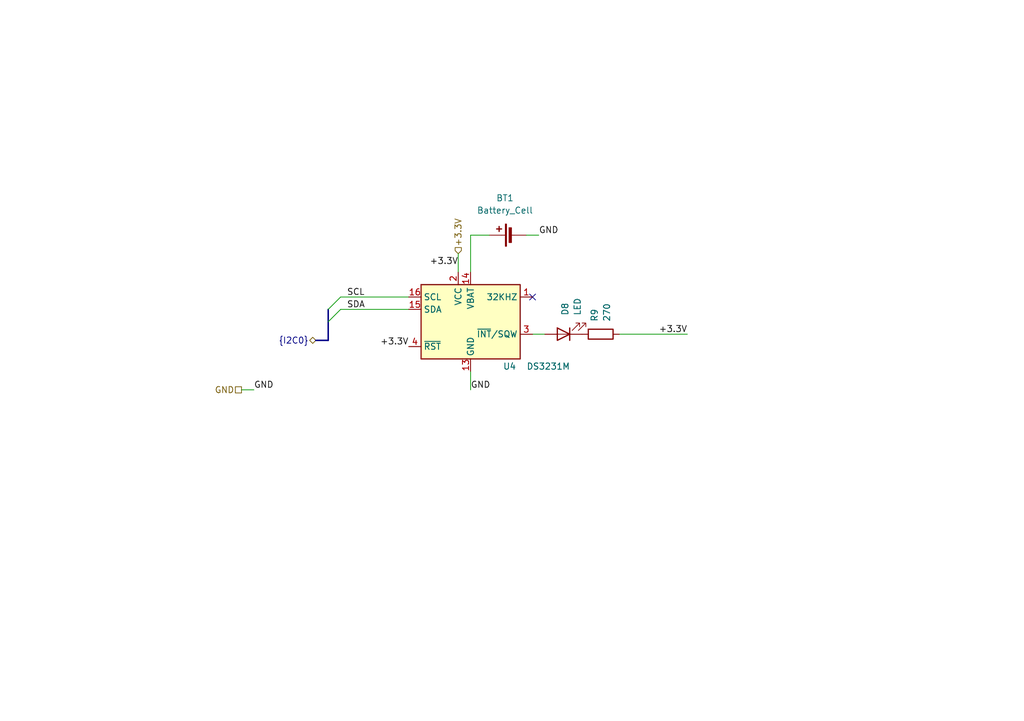
<source format=kicad_sch>
(kicad_sch (version 20231120) (generator "eeschema") (generator_version "8.0")
  (paper "A5")
  (title_block (title "RTC") (date "2024-08-29") (rev "1.0") (company "Designed by CREPP-NLG"))
  (lib_symbols
    (symbol "CREPP_Batteries_holders:Battery_Cell" (pin_numbers hide) (pin_names (offset 0) hide)
      (property "Reference" "BT" (at 2.54 2.54 0))
      (property "Value" "Battery_Cell" (at 2.54 0 0))
      (symbol "Battery_Cell_0_1"
        (rectangle (start -2.286 1.778) (end 2.286 1.524) (fill (type outline)))
        (rectangle (start -1.524 1.016) (end 1.524 0.508) (fill (type outline)))
        (polyline (pts (xy 0 0.762) (xy 0 0)))
        (polyline (pts (xy 0 1.778) (xy 0 2.54)))
        (polyline (pts (xy 0.762 3.048) (xy 1.778 3.048)) (stroke (width 0.254)))
        (polyline (pts (xy 1.27 3.556) (xy 1.27 2.54)) (stroke (width 0.254)))
      )
      (symbol "Battery_Cell_1_1"
        (pin passive line (at 0 5.08 270) (length 2.54) (name "+") (number "1"))
        (pin passive line (at 0 -2.54 90) (length 2.54) (name "-") (number "2"))
      )
    )
    (symbol "CREPP_RTC:DS3231M"
      (property "Reference" "U" (at -7.62 8.89 0))
      (property "Value" "DS3231M" (at 10.16 8.89 0))
      (symbol "DS3231M_0_1"
        (rectangle (start -10.16 7.62) (end 10.16 -7.62) (stroke (width 0.254)) (fill (type background)))
      )
      (symbol "DS3231M_1_1"
        (pin open_collector line (at 12.7 5.08 180) (length 2.54) (name "32KHZ") (number "1"))
        (pin passive line (at 0 -10.16 90) (length 2.54) hide (name "GND") (number "10"))
        (pin passive line (at 0 -10.16 90) (length 2.54) hide (name "GND") (number "11"))
        (pin passive line (at 0 -10.16 90) (length 2.54) hide (name "GND") (number "12"))
        (pin power_in line (at 0 -10.16 90) (length 2.54) (name "GND") (number "13"))
        (pin power_in line (at 0 10.16 270) (length 2.54) (name "VBAT") (number "14"))
        (pin bidirectional line (at -12.7 2.54 0) (length 2.54) (name "SDA") (number "15"))
        (pin input line (at -12.7 5.08 0) (length 2.54) (name "SCL") (number "16"))
        (pin power_in line (at -2.54 10.16 270) (length 2.54) (name "VCC") (number "2"))
        (pin open_collector line (at 12.7 -2.54 180) (length 2.54) (name "~{INT}/SQW") (number "3"))
        (pin bidirectional line (at -12.7 -5.08 0) (length 2.54) (name "~{RST}") (number "4"))
        (pin passive line (at 0 -10.16 90) (length 2.54) hide (name "GND") (number "5"))
        (pin passive line (at 0 -10.16 90) (length 2.54) hide (name "GND") (number "6"))
        (pin passive line (at 0 -10.16 90) (length 2.54) hide (name "GND") (number "7"))
        (pin passive line (at 0 -10.16 90) (length 2.54) hide (name "GND") (number "8"))
        (pin passive line (at 0 -10.16 90) (length 2.54) hide (name "GND") (number "9"))
      )
    )
    (symbol "Device:LED" (pin_numbers hide) (pin_names (offset 1.016) hide)
      (property "Reference" "D" (at 0 2.54 0))
      (property "Value" "LED" (at 0 -2.54 0))
      (symbol "LED_0_1"
        (polyline (pts (xy -1.27 -1.27) (xy -1.27 1.27)) (stroke (width 0.254)))
        (polyline (pts (xy -1.27 0) (xy 1.27 0)))
        (polyline (pts (xy 1.27 -1.27) (xy 1.27 1.27) (xy -1.27 0) (xy 1.27 -1.27)) (stroke (width 0.254)))
        (polyline (pts (xy -3.048 -0.762) (xy -4.572 -2.286) (xy -3.81 -2.286) (xy -4.572 -2.286) (xy -4.572 -1.524)))
        (polyline (pts (xy -1.778 -0.762) (xy -3.302 -2.286) (xy -2.54 -2.286) (xy -3.302 -2.286) (xy -3.302 -1.524)))
      )
      (symbol "LED_1_1"
        (pin passive line (at -3.81 0 0) (length 2.54) (name "K") (number "1"))
        (pin passive line (at 3.81 0 180) (length 2.54) (name "A") (number "2"))
      )
    )
    (symbol "Device:R" (pin_numbers hide) (pin_names (offset 0))
      (property "Reference" "R" (at 2.032 0 90))
      (property "Value" "R" (at 0 0 90))
      (symbol "R_0_1"
        (rectangle (start -1.016 -2.54) (end 1.016 2.54) (stroke (width 0.254)))
      )
      (symbol "R_1_1"
        (pin passive line (at 0 3.81 270) (length 1.27) (name "~") (number "1"))
        (pin passive line (at 0 -3.81 90) (length 1.27) (name "~") (number "2"))
      )
    )
  )
  (no_connect (at 109.22 60.96))
  (bus_entry (at 69.85 60.96) (size -2.54 2.54))
  (bus_entry (at 69.85 63.5) (size -2.54 2.54))
  (wire (pts (xy 96.52 55.88) (xy 96.52 48.26)))
  (wire (pts (xy 69.85 63.5) (xy 83.82 63.5)))
  (wire (pts (xy 96.52 76.2) (xy 96.52 80.01)))
  (bus (pts (xy 67.31 66.04) (xy 67.31 69.85)))
  (wire (pts (xy 69.85 60.96) (xy 83.82 60.96)))
  (wire (pts (xy 127 68.58) (xy 140.97 68.58)))
  (wire (pts (xy 107.95 48.26) (xy 110.49 48.26)))
  (bus (pts (xy 67.31 63.5) (xy 67.31 66.04)))
  (wire (pts (xy 49.53 80.01) (xy 52.07 80.01)))
  (wire (pts (xy 109.22 68.58) (xy 111.76 68.58)))
  (wire (pts (xy 96.52 48.26) (xy 100.33 48.26)))
  (wire (pts (xy 93.98 52.07) (xy 93.98 55.88)))
  (bus (pts (xy 64.77 69.85) (xy 67.31 69.85)))
  (label "GND" (at 96.52 80.01 0))
  (label "GND" (at 110.49 48.26 0))
  (label "+3.3V" (at 93.98 54.61 180))
  (label "SCL" (at 71.12 60.96 0))
  (label "SDA" (at 71.12 63.5 0))
  (label "+3.3V" (at 140.97 68.58 180))
  (label "GND" (at 52.07 80.01 0))
  (label "+3.3V" (at 83.82 71.12 180))
  (hierarchical_label "GND" (shape passive) (at 49.53 80.01 180))
  (hierarchical_label "{I2C0}" (shape bidirectional) (at 64.77 69.85 180))
  (hierarchical_label "+3.3V" (shape input) (at 93.98 52.07 90))
  (symbol (lib_id "CREPP_Batteries_holders:Battery_Cell") (at 105.41 48.26 90) (unit 1)
    (property "Reference" "BT1" (at 103.5685 40.64 90))
    (property "Value" "Battery_Cell" (at 103.5685 43.18 90))
    (property "Footprint" "CREPP_Batteries_holders:MPD_BC501SM-TR" (effects (hide yes)))
    (property "Description" "Single-cell battery holder - Lithium" (effects (hide yes)))
  )
  (symbol (lib_id "Device:R") (at 123.19 68.58 90) (unit 1)
    (property "Reference" "R9" (at 121.92 66.04 0) (effects (justify left)))
    (property "Value" "270" (at 124.46 66.04 0) (effects (justify left)))
    (property "Footprint" "Resistor_THT:R_Axial_DIN0207_L6.3mm_D2.5mm_P10.16mm_Horizontal" (effects (hide yes)))
  )
  (symbol (lib_id "CREPP_RTC:DS3231M") (at 96.52 66.04 0) (unit 1)
    (property "Reference" "U4" (at 103.124 75.184 0) (effects (justify left)))
    (property "Value" "DS3231M" (at 107.95 75.184 0) (effects (justify left)))
    (property "Footprint" "Package_SO:SOIC-16W_7.5x10.3mm_P1.27mm" (effects (hide yes)))
    (property "Datasheet" "http://datasheets.maximintegrated.com/en/ds/DS3231.pdf" (effects (hide yes)))
    (property "Description" "Extremely Accurate I2C-Integrated RTC/TCXO/Crystal SOIC-16" (effects (hide yes)))
  )
  (symbol (lib_id "Device:LED") (at 115.57 68.58 180) (unit 1)
    (property "Reference" "D8" (at 115.8875 64.77 90) (effects (justify right)))
    (property "Value" "LED" (at 118.4275 64.77 90) (effects (justify right)))
    (property "Footprint" "LED_THT:LED_D5.0mm" (effects (hide yes)))
  )
)
</source>
